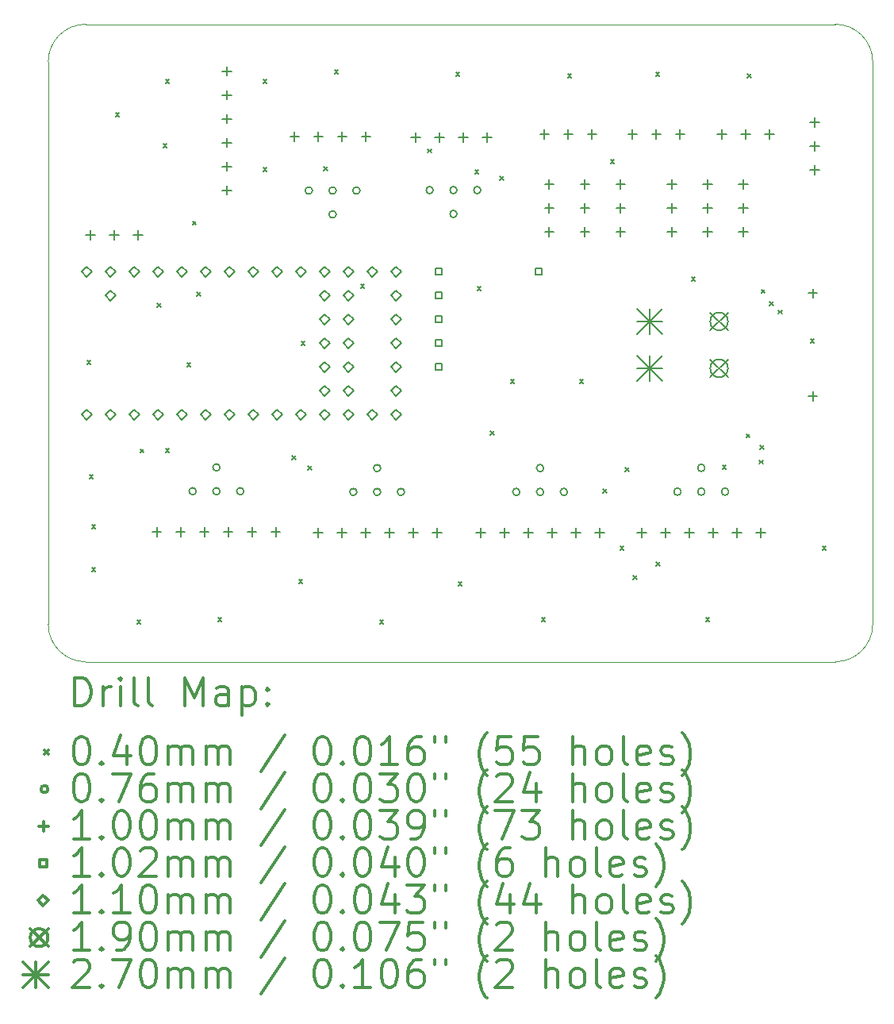
<source format=gbr>
%FSLAX45Y45*%
G04 Gerber Fmt 4.5, Leading zero omitted, Abs format (unit mm)*
G04 Created by KiCad (PCBNEW (5.1.5)-3) date 2021-10-17 14:29:16*
%MOMM*%
%LPD*%
G04 APERTURE LIST*
%TA.AperFunction,Profile*%
%ADD10C,0.050000*%
%TD*%
%ADD11C,0.200000*%
%ADD12C,0.300000*%
G04 APERTURE END LIST*
D10*
X18000000Y-9600000D02*
X10000000Y-9600000D01*
X18400000Y-16000000D02*
X18400000Y-10000000D01*
X9600000Y-10000000D02*
G75*
G02X10000000Y-9600000I400000J0D01*
G01*
X18000000Y-9600000D02*
G75*
G02X18400000Y-10000000I0J-400000D01*
G01*
X18400000Y-16000000D02*
G75*
G02X18000000Y-16400000I-400000J0D01*
G01*
X10000000Y-16400000D02*
G75*
G02X9600000Y-16000000I0J400000D01*
G01*
X10000000Y-16400000D02*
X18000000Y-16400000D01*
X9600000Y-10000000D02*
X9600000Y-16000000D01*
D11*
X10013000Y-13188000D02*
X10053000Y-13228000D01*
X10053000Y-13188000D02*
X10013000Y-13228000D01*
X10038400Y-14407200D02*
X10078400Y-14447200D01*
X10078400Y-14407200D02*
X10038400Y-14447200D01*
X10063800Y-14940600D02*
X10103800Y-14980600D01*
X10103800Y-14940600D02*
X10063800Y-14980600D01*
X10063800Y-15397800D02*
X10103800Y-15437800D01*
X10103800Y-15397800D02*
X10063800Y-15437800D01*
X10317800Y-10546400D02*
X10357800Y-10586400D01*
X10357800Y-10546400D02*
X10317800Y-10586400D01*
X10546400Y-15956600D02*
X10586400Y-15996600D01*
X10586400Y-15956600D02*
X10546400Y-15996600D01*
X10580000Y-14130000D02*
X10620000Y-14170000D01*
X10620000Y-14130000D02*
X10580000Y-14170000D01*
X10760000Y-12580000D02*
X10800000Y-12620000D01*
X10800000Y-12580000D02*
X10760000Y-12620000D01*
X10825800Y-10876600D02*
X10865800Y-10916600D01*
X10865800Y-10876600D02*
X10825800Y-10916600D01*
X10851200Y-10190800D02*
X10891200Y-10230800D01*
X10891200Y-10190800D02*
X10851200Y-10230800D01*
X10851200Y-14127800D02*
X10891200Y-14167800D01*
X10891200Y-14127800D02*
X10851200Y-14167800D01*
X11079800Y-13213400D02*
X11119800Y-13253400D01*
X11119800Y-13213400D02*
X11079800Y-13253400D01*
X11140000Y-11700000D02*
X11180000Y-11740000D01*
X11180000Y-11700000D02*
X11140000Y-11740000D01*
X11186750Y-12456750D02*
X11226750Y-12496750D01*
X11226750Y-12456750D02*
X11186750Y-12496750D01*
X11410000Y-15931200D02*
X11450000Y-15971200D01*
X11450000Y-15931200D02*
X11410000Y-15971200D01*
X11892600Y-10190800D02*
X11932600Y-10230800D01*
X11932600Y-10190800D02*
X11892600Y-10230800D01*
X11892600Y-11130600D02*
X11932600Y-11170600D01*
X11932600Y-11130600D02*
X11892600Y-11170600D01*
X12202500Y-14200000D02*
X12242500Y-14240000D01*
X12242500Y-14200000D02*
X12202500Y-14240000D01*
X12273600Y-15524800D02*
X12313600Y-15564800D01*
X12313600Y-15524800D02*
X12273600Y-15564800D01*
X12299000Y-12984800D02*
X12339000Y-13024800D01*
X12339000Y-12984800D02*
X12299000Y-13024800D01*
X12370000Y-14310000D02*
X12410000Y-14350000D01*
X12410000Y-14310000D02*
X12370000Y-14350000D01*
X12540000Y-11120000D02*
X12580000Y-11160000D01*
X12580000Y-11120000D02*
X12540000Y-11160000D01*
X12654600Y-10089200D02*
X12694600Y-10129200D01*
X12694600Y-10089200D02*
X12654600Y-10129200D01*
X12934000Y-12375200D02*
X12974000Y-12415200D01*
X12974000Y-12375200D02*
X12934000Y-12415200D01*
X13137200Y-15956600D02*
X13177200Y-15996600D01*
X13177200Y-15956600D02*
X13137200Y-15996600D01*
X13650000Y-10930000D02*
X13690000Y-10970000D01*
X13690000Y-10930000D02*
X13650000Y-10970000D01*
X13950000Y-10114600D02*
X13990000Y-10154600D01*
X13990000Y-10114600D02*
X13950000Y-10154600D01*
X13975400Y-15550200D02*
X14015400Y-15590200D01*
X14015400Y-15550200D02*
X13975400Y-15590200D01*
X14153200Y-11156000D02*
X14193200Y-11196000D01*
X14193200Y-11156000D02*
X14153200Y-11196000D01*
X14178600Y-12400600D02*
X14218600Y-12440600D01*
X14218600Y-12400600D02*
X14178600Y-12440600D01*
X14320000Y-13940000D02*
X14360000Y-13980000D01*
X14360000Y-13940000D02*
X14320000Y-13980000D01*
X14419900Y-11219500D02*
X14459900Y-11259500D01*
X14459900Y-11219500D02*
X14419900Y-11259500D01*
X14534200Y-13391200D02*
X14574200Y-13431200D01*
X14574200Y-13391200D02*
X14534200Y-13431200D01*
X14864400Y-15931200D02*
X14904400Y-15971200D01*
X14904400Y-15931200D02*
X14864400Y-15971200D01*
X15143800Y-10127300D02*
X15183800Y-10167300D01*
X15183800Y-10127300D02*
X15143800Y-10167300D01*
X15270800Y-13391200D02*
X15310800Y-13431200D01*
X15310800Y-13391200D02*
X15270800Y-13431200D01*
X15520000Y-14560000D02*
X15560000Y-14600000D01*
X15560000Y-14560000D02*
X15520000Y-14600000D01*
X15601000Y-11041700D02*
X15641000Y-11081700D01*
X15641000Y-11041700D02*
X15601000Y-11081700D01*
X15702600Y-15169200D02*
X15742600Y-15209200D01*
X15742600Y-15169200D02*
X15702600Y-15209200D01*
X15760000Y-14330000D02*
X15800000Y-14370000D01*
X15800000Y-14330000D02*
X15760000Y-14370000D01*
X15840000Y-15482500D02*
X15880000Y-15522500D01*
X15880000Y-15482500D02*
X15840000Y-15522500D01*
X16083600Y-10114600D02*
X16123600Y-10154600D01*
X16123600Y-10114600D02*
X16083600Y-10154600D01*
X16090000Y-15337500D02*
X16130000Y-15377500D01*
X16130000Y-15337500D02*
X16090000Y-15377500D01*
X16464600Y-12299000D02*
X16504600Y-12339000D01*
X16504600Y-12299000D02*
X16464600Y-12339000D01*
X16617000Y-15931200D02*
X16657000Y-15971200D01*
X16657000Y-15931200D02*
X16617000Y-15971200D01*
X16794800Y-14305600D02*
X16834800Y-14345600D01*
X16834800Y-14305600D02*
X16794800Y-14345600D01*
X17050000Y-13970000D02*
X17090000Y-14010000D01*
X17090000Y-13970000D02*
X17050000Y-14010000D01*
X17061500Y-10127300D02*
X17101500Y-10167300D01*
X17101500Y-10127300D02*
X17061500Y-10167300D01*
X17190000Y-14250000D02*
X17230000Y-14290000D01*
X17230000Y-14250000D02*
X17190000Y-14290000D01*
X17200000Y-14090000D02*
X17240000Y-14130000D01*
X17240000Y-14090000D02*
X17200000Y-14130000D01*
X17210000Y-12430000D02*
X17250000Y-12470000D01*
X17250000Y-12430000D02*
X17210000Y-12470000D01*
X17300000Y-12560000D02*
X17340000Y-12600000D01*
X17340000Y-12560000D02*
X17300000Y-12600000D01*
X17390000Y-12650000D02*
X17430000Y-12690000D01*
X17430000Y-12650000D02*
X17390000Y-12690000D01*
X17734600Y-12959400D02*
X17774600Y-12999400D01*
X17774600Y-12959400D02*
X17734600Y-12999400D01*
X17861600Y-15169200D02*
X17901600Y-15209200D01*
X17901600Y-15169200D02*
X17861600Y-15209200D01*
X14634100Y-14589000D02*
G75*
G03X14634100Y-14589000I-38100J0D01*
G01*
X14888100Y-14335000D02*
G75*
G03X14888100Y-14335000I-38100J0D01*
G01*
X14888100Y-14589000D02*
G75*
G03X14888100Y-14589000I-38100J0D01*
G01*
X15142100Y-14589000D02*
G75*
G03X15142100Y-14589000I-38100J0D01*
G01*
X13709100Y-11370000D02*
G75*
G03X13709100Y-11370000I-38100J0D01*
G01*
X13963100Y-11370000D02*
G75*
G03X13963100Y-11370000I-38100J0D01*
G01*
X13963100Y-11624000D02*
G75*
G03X13963100Y-11624000I-38100J0D01*
G01*
X14217100Y-11370000D02*
G75*
G03X14217100Y-11370000I-38100J0D01*
G01*
X12894100Y-14589000D02*
G75*
G03X12894100Y-14589000I-38100J0D01*
G01*
X13148100Y-14335000D02*
G75*
G03X13148100Y-14335000I-38100J0D01*
G01*
X13148100Y-14589000D02*
G75*
G03X13148100Y-14589000I-38100J0D01*
G01*
X13402100Y-14589000D02*
G75*
G03X13402100Y-14589000I-38100J0D01*
G01*
X16354100Y-14586000D02*
G75*
G03X16354100Y-14586000I-38100J0D01*
G01*
X16608100Y-14332000D02*
G75*
G03X16608100Y-14332000I-38100J0D01*
G01*
X16608100Y-14586000D02*
G75*
G03X16608100Y-14586000I-38100J0D01*
G01*
X16862100Y-14586000D02*
G75*
G03X16862100Y-14586000I-38100J0D01*
G01*
X11179100Y-14581000D02*
G75*
G03X11179100Y-14581000I-38100J0D01*
G01*
X11433100Y-14327000D02*
G75*
G03X11433100Y-14327000I-38100J0D01*
G01*
X11433100Y-14581000D02*
G75*
G03X11433100Y-14581000I-38100J0D01*
G01*
X11687100Y-14581000D02*
G75*
G03X11687100Y-14581000I-38100J0D01*
G01*
X12419100Y-11374000D02*
G75*
G03X12419100Y-11374000I-38100J0D01*
G01*
X12673100Y-11374000D02*
G75*
G03X12673100Y-11374000I-38100J0D01*
G01*
X12673100Y-11628000D02*
G75*
G03X12673100Y-11628000I-38100J0D01*
G01*
X12927100Y-11374000D02*
G75*
G03X12927100Y-11374000I-38100J0D01*
G01*
X10758000Y-14965000D02*
X10758000Y-15065000D01*
X10708000Y-15015000D02*
X10808000Y-15015000D01*
X11012000Y-14965000D02*
X11012000Y-15065000D01*
X10962000Y-15015000D02*
X11062000Y-15015000D01*
X11266000Y-14965000D02*
X11266000Y-15065000D01*
X11216000Y-15015000D02*
X11316000Y-15015000D01*
X11520000Y-14965000D02*
X11520000Y-15065000D01*
X11470000Y-15015000D02*
X11570000Y-15015000D01*
X11774000Y-14965000D02*
X11774000Y-15065000D01*
X11724000Y-15015000D02*
X11824000Y-15015000D01*
X12028000Y-14965000D02*
X12028000Y-15065000D01*
X11978000Y-15015000D02*
X12078000Y-15015000D01*
X15328900Y-11253000D02*
X15328900Y-11353000D01*
X15278900Y-11303000D02*
X15378900Y-11303000D01*
X15328900Y-11507000D02*
X15328900Y-11607000D01*
X15278900Y-11557000D02*
X15378900Y-11557000D01*
X15328900Y-11761000D02*
X15328900Y-11861000D01*
X15278900Y-11811000D02*
X15378900Y-11811000D01*
X17778984Y-10594632D02*
X17778984Y-10694632D01*
X17728984Y-10644632D02*
X17828984Y-10644632D01*
X17778984Y-10848632D02*
X17778984Y-10948632D01*
X17728984Y-10898632D02*
X17828984Y-10898632D01*
X17778984Y-11102632D02*
X17778984Y-11202632D01*
X17728984Y-11152632D02*
X17828984Y-11152632D01*
X16256000Y-11253000D02*
X16256000Y-11353000D01*
X16206000Y-11303000D02*
X16306000Y-11303000D01*
X16256000Y-11507000D02*
X16256000Y-11607000D01*
X16206000Y-11557000D02*
X16306000Y-11557000D01*
X16256000Y-11761000D02*
X16256000Y-11861000D01*
X16206000Y-11811000D02*
X16306000Y-11811000D01*
X13525000Y-10755000D02*
X13525000Y-10855000D01*
X13475000Y-10805000D02*
X13575000Y-10805000D01*
X13779000Y-10755000D02*
X13779000Y-10855000D01*
X13729000Y-10805000D02*
X13829000Y-10805000D01*
X14033000Y-10755000D02*
X14033000Y-10855000D01*
X13983000Y-10805000D02*
X14083000Y-10805000D01*
X14287000Y-10755000D02*
X14287000Y-10855000D01*
X14237000Y-10805000D02*
X14337000Y-10805000D01*
X11510000Y-10050000D02*
X11510000Y-10150000D01*
X11460000Y-10100000D02*
X11560000Y-10100000D01*
X11510000Y-10304000D02*
X11510000Y-10404000D01*
X11460000Y-10354000D02*
X11560000Y-10354000D01*
X11510000Y-10558000D02*
X11510000Y-10658000D01*
X11460000Y-10608000D02*
X11560000Y-10608000D01*
X11510000Y-10812000D02*
X11510000Y-10912000D01*
X11460000Y-10862000D02*
X11560000Y-10862000D01*
X11510000Y-11066000D02*
X11510000Y-11166000D01*
X11460000Y-11116000D02*
X11560000Y-11116000D01*
X11510000Y-11320000D02*
X11510000Y-11420000D01*
X11460000Y-11370000D02*
X11560000Y-11370000D01*
X14897100Y-10719600D02*
X14897100Y-10819600D01*
X14847100Y-10769600D02*
X14947100Y-10769600D01*
X15151100Y-10719600D02*
X15151100Y-10819600D01*
X15101100Y-10769600D02*
X15201100Y-10769600D01*
X15405100Y-10719600D02*
X15405100Y-10819600D01*
X15355100Y-10769600D02*
X15455100Y-10769600D01*
X10052000Y-11800000D02*
X10052000Y-11900000D01*
X10002000Y-11850000D02*
X10102000Y-11850000D01*
X10306000Y-11800000D02*
X10306000Y-11900000D01*
X10256000Y-11850000D02*
X10356000Y-11850000D01*
X10560000Y-11800000D02*
X10560000Y-11900000D01*
X10510000Y-11850000D02*
X10610000Y-11850000D01*
X15836900Y-10719600D02*
X15836900Y-10819600D01*
X15786900Y-10769600D02*
X15886900Y-10769600D01*
X16090900Y-10719600D02*
X16090900Y-10819600D01*
X16040900Y-10769600D02*
X16140900Y-10769600D01*
X16344900Y-10719600D02*
X16344900Y-10819600D01*
X16294900Y-10769600D02*
X16394900Y-10769600D01*
X16637000Y-11253000D02*
X16637000Y-11353000D01*
X16587000Y-11303000D02*
X16687000Y-11303000D01*
X16637000Y-11507000D02*
X16637000Y-11607000D01*
X16587000Y-11557000D02*
X16687000Y-11557000D01*
X16637000Y-11761000D02*
X16637000Y-11861000D01*
X16587000Y-11811000D02*
X16687000Y-11811000D01*
X14947900Y-11253000D02*
X14947900Y-11353000D01*
X14897900Y-11303000D02*
X14997900Y-11303000D01*
X14947900Y-11507000D02*
X14947900Y-11607000D01*
X14897900Y-11557000D02*
X14997900Y-11557000D01*
X14947900Y-11761000D02*
X14947900Y-11861000D01*
X14897900Y-11811000D02*
X14997900Y-11811000D01*
X16789400Y-10719600D02*
X16789400Y-10819600D01*
X16739400Y-10769600D02*
X16839400Y-10769600D01*
X17043400Y-10719600D02*
X17043400Y-10819600D01*
X16993400Y-10769600D02*
X17093400Y-10769600D01*
X17297400Y-10719600D02*
X17297400Y-10819600D01*
X17247400Y-10769600D02*
X17347400Y-10769600D01*
X17018000Y-11253000D02*
X17018000Y-11353000D01*
X16968000Y-11303000D02*
X17068000Y-11303000D01*
X17018000Y-11507000D02*
X17018000Y-11607000D01*
X16968000Y-11557000D02*
X17068000Y-11557000D01*
X17018000Y-11761000D02*
X17018000Y-11861000D01*
X16968000Y-11811000D02*
X17068000Y-11811000D01*
X15709900Y-11253000D02*
X15709900Y-11353000D01*
X15659900Y-11303000D02*
X15759900Y-11303000D01*
X15709900Y-11507000D02*
X15709900Y-11607000D01*
X15659900Y-11557000D02*
X15759900Y-11557000D01*
X15709900Y-11761000D02*
X15709900Y-11861000D01*
X15659900Y-11811000D02*
X15759900Y-11811000D01*
X12478000Y-14975000D02*
X12478000Y-15075000D01*
X12428000Y-15025000D02*
X12528000Y-15025000D01*
X12732000Y-14975000D02*
X12732000Y-15075000D01*
X12682000Y-15025000D02*
X12782000Y-15025000D01*
X12986000Y-14975000D02*
X12986000Y-15075000D01*
X12936000Y-15025000D02*
X13036000Y-15025000D01*
X13240000Y-14975000D02*
X13240000Y-15075000D01*
X13190000Y-15025000D02*
X13290000Y-15025000D01*
X13494000Y-14975000D02*
X13494000Y-15075000D01*
X13444000Y-15025000D02*
X13544000Y-15025000D01*
X13748000Y-14975000D02*
X13748000Y-15075000D01*
X13698000Y-15025000D02*
X13798000Y-15025000D01*
X12230000Y-10750000D02*
X12230000Y-10850000D01*
X12180000Y-10800000D02*
X12280000Y-10800000D01*
X12484000Y-10750000D02*
X12484000Y-10850000D01*
X12434000Y-10800000D02*
X12534000Y-10800000D01*
X12738000Y-10750000D02*
X12738000Y-10850000D01*
X12688000Y-10800000D02*
X12788000Y-10800000D01*
X12992000Y-10750000D02*
X12992000Y-10850000D01*
X12942000Y-10800000D02*
X13042000Y-10800000D01*
X14216000Y-14975000D02*
X14216000Y-15075000D01*
X14166000Y-15025000D02*
X14266000Y-15025000D01*
X14470000Y-14975000D02*
X14470000Y-15075000D01*
X14420000Y-15025000D02*
X14520000Y-15025000D01*
X14724000Y-14975000D02*
X14724000Y-15075000D01*
X14674000Y-15025000D02*
X14774000Y-15025000D01*
X14978000Y-14975000D02*
X14978000Y-15075000D01*
X14928000Y-15025000D02*
X15028000Y-15025000D01*
X15232000Y-14975000D02*
X15232000Y-15075000D01*
X15182000Y-15025000D02*
X15282000Y-15025000D01*
X15486000Y-14975000D02*
X15486000Y-15075000D01*
X15436000Y-15025000D02*
X15536000Y-15025000D01*
X15932000Y-14975000D02*
X15932000Y-15075000D01*
X15882000Y-15025000D02*
X15982000Y-15025000D01*
X16186000Y-14975000D02*
X16186000Y-15075000D01*
X16136000Y-15025000D02*
X16236000Y-15025000D01*
X16440000Y-14975000D02*
X16440000Y-15075000D01*
X16390000Y-15025000D02*
X16490000Y-15025000D01*
X16694000Y-14975000D02*
X16694000Y-15075000D01*
X16644000Y-15025000D02*
X16744000Y-15025000D01*
X16948000Y-14975000D02*
X16948000Y-15075000D01*
X16898000Y-15025000D02*
X16998000Y-15025000D01*
X17202000Y-14975000D02*
X17202000Y-15075000D01*
X17152000Y-15025000D02*
X17252000Y-15025000D01*
X17760000Y-12420000D02*
X17760000Y-12520000D01*
X17710000Y-12470000D02*
X17810000Y-12470000D01*
X17760000Y-13520000D02*
X17760000Y-13620000D01*
X17710000Y-13570000D02*
X17810000Y-13570000D01*
X13803063Y-12273063D02*
X13803063Y-12200937D01*
X13730937Y-12200937D01*
X13730937Y-12273063D01*
X13803063Y-12273063D01*
X13803063Y-12527063D02*
X13803063Y-12454937D01*
X13730937Y-12454937D01*
X13730937Y-12527063D01*
X13803063Y-12527063D01*
X13803063Y-12781063D02*
X13803063Y-12708937D01*
X13730937Y-12708937D01*
X13730937Y-12781063D01*
X13803063Y-12781063D01*
X13803063Y-13035063D02*
X13803063Y-12962937D01*
X13730937Y-12962937D01*
X13730937Y-13035063D01*
X13803063Y-13035063D01*
X13803063Y-13289063D02*
X13803063Y-13216937D01*
X13730937Y-13216937D01*
X13730937Y-13289063D01*
X13803063Y-13289063D01*
X14872063Y-12273063D02*
X14872063Y-12200937D01*
X14799937Y-12200937D01*
X14799937Y-12273063D01*
X14872063Y-12273063D01*
X10009000Y-12293000D02*
X10064000Y-12238000D01*
X10009000Y-12183000D01*
X9954000Y-12238000D01*
X10009000Y-12293000D01*
X10009000Y-13817000D02*
X10064000Y-13762000D01*
X10009000Y-13707000D01*
X9954000Y-13762000D01*
X10009000Y-13817000D01*
X10263000Y-12293000D02*
X10318000Y-12238000D01*
X10263000Y-12183000D01*
X10208000Y-12238000D01*
X10263000Y-12293000D01*
X10263000Y-12547000D02*
X10318000Y-12492000D01*
X10263000Y-12437000D01*
X10208000Y-12492000D01*
X10263000Y-12547000D01*
X10263000Y-13817000D02*
X10318000Y-13762000D01*
X10263000Y-13707000D01*
X10208000Y-13762000D01*
X10263000Y-13817000D01*
X10517000Y-12293000D02*
X10572000Y-12238000D01*
X10517000Y-12183000D01*
X10462000Y-12238000D01*
X10517000Y-12293000D01*
X10517000Y-13817000D02*
X10572000Y-13762000D01*
X10517000Y-13707000D01*
X10462000Y-13762000D01*
X10517000Y-13817000D01*
X10771000Y-12293000D02*
X10826000Y-12238000D01*
X10771000Y-12183000D01*
X10716000Y-12238000D01*
X10771000Y-12293000D01*
X10771000Y-13817000D02*
X10826000Y-13762000D01*
X10771000Y-13707000D01*
X10716000Y-13762000D01*
X10771000Y-13817000D01*
X11025000Y-12293000D02*
X11080000Y-12238000D01*
X11025000Y-12183000D01*
X10970000Y-12238000D01*
X11025000Y-12293000D01*
X11025000Y-13817000D02*
X11080000Y-13762000D01*
X11025000Y-13707000D01*
X10970000Y-13762000D01*
X11025000Y-13817000D01*
X11279000Y-12293000D02*
X11334000Y-12238000D01*
X11279000Y-12183000D01*
X11224000Y-12238000D01*
X11279000Y-12293000D01*
X11279000Y-13817000D02*
X11334000Y-13762000D01*
X11279000Y-13707000D01*
X11224000Y-13762000D01*
X11279000Y-13817000D01*
X11533000Y-12293000D02*
X11588000Y-12238000D01*
X11533000Y-12183000D01*
X11478000Y-12238000D01*
X11533000Y-12293000D01*
X11533000Y-13817000D02*
X11588000Y-13762000D01*
X11533000Y-13707000D01*
X11478000Y-13762000D01*
X11533000Y-13817000D01*
X11787000Y-12293000D02*
X11842000Y-12238000D01*
X11787000Y-12183000D01*
X11732000Y-12238000D01*
X11787000Y-12293000D01*
X11787000Y-13817000D02*
X11842000Y-13762000D01*
X11787000Y-13707000D01*
X11732000Y-13762000D01*
X11787000Y-13817000D01*
X12041000Y-12293000D02*
X12096000Y-12238000D01*
X12041000Y-12183000D01*
X11986000Y-12238000D01*
X12041000Y-12293000D01*
X12041000Y-13817000D02*
X12096000Y-13762000D01*
X12041000Y-13707000D01*
X11986000Y-13762000D01*
X12041000Y-13817000D01*
X12295000Y-12293000D02*
X12350000Y-12238000D01*
X12295000Y-12183000D01*
X12240000Y-12238000D01*
X12295000Y-12293000D01*
X12295000Y-13817000D02*
X12350000Y-13762000D01*
X12295000Y-13707000D01*
X12240000Y-13762000D01*
X12295000Y-13817000D01*
X12549000Y-12293000D02*
X12604000Y-12238000D01*
X12549000Y-12183000D01*
X12494000Y-12238000D01*
X12549000Y-12293000D01*
X12549000Y-12547000D02*
X12604000Y-12492000D01*
X12549000Y-12437000D01*
X12494000Y-12492000D01*
X12549000Y-12547000D01*
X12549000Y-12801000D02*
X12604000Y-12746000D01*
X12549000Y-12691000D01*
X12494000Y-12746000D01*
X12549000Y-12801000D01*
X12549000Y-13055000D02*
X12604000Y-13000000D01*
X12549000Y-12945000D01*
X12494000Y-13000000D01*
X12549000Y-13055000D01*
X12549000Y-13309000D02*
X12604000Y-13254000D01*
X12549000Y-13199000D01*
X12494000Y-13254000D01*
X12549000Y-13309000D01*
X12549000Y-13563000D02*
X12604000Y-13508000D01*
X12549000Y-13453000D01*
X12494000Y-13508000D01*
X12549000Y-13563000D01*
X12549000Y-13817000D02*
X12604000Y-13762000D01*
X12549000Y-13707000D01*
X12494000Y-13762000D01*
X12549000Y-13817000D01*
X12803000Y-12293000D02*
X12858000Y-12238000D01*
X12803000Y-12183000D01*
X12748000Y-12238000D01*
X12803000Y-12293000D01*
X12803000Y-12547000D02*
X12858000Y-12492000D01*
X12803000Y-12437000D01*
X12748000Y-12492000D01*
X12803000Y-12547000D01*
X12803000Y-12801000D02*
X12858000Y-12746000D01*
X12803000Y-12691000D01*
X12748000Y-12746000D01*
X12803000Y-12801000D01*
X12803000Y-13055000D02*
X12858000Y-13000000D01*
X12803000Y-12945000D01*
X12748000Y-13000000D01*
X12803000Y-13055000D01*
X12803000Y-13309000D02*
X12858000Y-13254000D01*
X12803000Y-13199000D01*
X12748000Y-13254000D01*
X12803000Y-13309000D01*
X12803000Y-13563000D02*
X12858000Y-13508000D01*
X12803000Y-13453000D01*
X12748000Y-13508000D01*
X12803000Y-13563000D01*
X12803000Y-13817000D02*
X12858000Y-13762000D01*
X12803000Y-13707000D01*
X12748000Y-13762000D01*
X12803000Y-13817000D01*
X13057000Y-12293000D02*
X13112000Y-12238000D01*
X13057000Y-12183000D01*
X13002000Y-12238000D01*
X13057000Y-12293000D01*
X13057000Y-13817000D02*
X13112000Y-13762000D01*
X13057000Y-13707000D01*
X13002000Y-13762000D01*
X13057000Y-13817000D01*
X13311000Y-12293000D02*
X13366000Y-12238000D01*
X13311000Y-12183000D01*
X13256000Y-12238000D01*
X13311000Y-12293000D01*
X13311000Y-12547000D02*
X13366000Y-12492000D01*
X13311000Y-12437000D01*
X13256000Y-12492000D01*
X13311000Y-12547000D01*
X13311000Y-12801000D02*
X13366000Y-12746000D01*
X13311000Y-12691000D01*
X13256000Y-12746000D01*
X13311000Y-12801000D01*
X13311000Y-13055000D02*
X13366000Y-13000000D01*
X13311000Y-12945000D01*
X13256000Y-13000000D01*
X13311000Y-13055000D01*
X13311000Y-13309000D02*
X13366000Y-13254000D01*
X13311000Y-13199000D01*
X13256000Y-13254000D01*
X13311000Y-13309000D01*
X13311000Y-13563000D02*
X13366000Y-13508000D01*
X13311000Y-13453000D01*
X13256000Y-13508000D01*
X13311000Y-13563000D01*
X13311000Y-13817000D02*
X13366000Y-13762000D01*
X13311000Y-13707000D01*
X13256000Y-13762000D01*
X13311000Y-13817000D01*
X16665000Y-12675000D02*
X16855000Y-12865000D01*
X16855000Y-12675000D02*
X16665000Y-12865000D01*
X16855000Y-12770000D02*
G75*
G03X16855000Y-12770000I-95000J0D01*
G01*
X16665000Y-13175000D02*
X16855000Y-13365000D01*
X16855000Y-13175000D02*
X16665000Y-13365000D01*
X16855000Y-13270000D02*
G75*
G03X16855000Y-13270000I-95000J0D01*
G01*
X15885000Y-12635000D02*
X16155000Y-12905000D01*
X16155000Y-12635000D02*
X15885000Y-12905000D01*
X16020000Y-12635000D02*
X16020000Y-12905000D01*
X15885000Y-12770000D02*
X16155000Y-12770000D01*
X15885000Y-13135000D02*
X16155000Y-13405000D01*
X16155000Y-13135000D02*
X15885000Y-13405000D01*
X16020000Y-13135000D02*
X16020000Y-13405000D01*
X15885000Y-13270000D02*
X16155000Y-13270000D01*
D12*
X9883928Y-16868214D02*
X9883928Y-16568214D01*
X9955357Y-16568214D01*
X9998214Y-16582500D01*
X10026786Y-16611071D01*
X10041071Y-16639643D01*
X10055357Y-16696786D01*
X10055357Y-16739643D01*
X10041071Y-16796786D01*
X10026786Y-16825357D01*
X9998214Y-16853929D01*
X9955357Y-16868214D01*
X9883928Y-16868214D01*
X10183928Y-16868214D02*
X10183928Y-16668214D01*
X10183928Y-16725357D02*
X10198214Y-16696786D01*
X10212500Y-16682500D01*
X10241071Y-16668214D01*
X10269643Y-16668214D01*
X10369643Y-16868214D02*
X10369643Y-16668214D01*
X10369643Y-16568214D02*
X10355357Y-16582500D01*
X10369643Y-16596786D01*
X10383928Y-16582500D01*
X10369643Y-16568214D01*
X10369643Y-16596786D01*
X10555357Y-16868214D02*
X10526786Y-16853929D01*
X10512500Y-16825357D01*
X10512500Y-16568214D01*
X10712500Y-16868214D02*
X10683928Y-16853929D01*
X10669643Y-16825357D01*
X10669643Y-16568214D01*
X11055357Y-16868214D02*
X11055357Y-16568214D01*
X11155357Y-16782500D01*
X11255357Y-16568214D01*
X11255357Y-16868214D01*
X11526786Y-16868214D02*
X11526786Y-16711071D01*
X11512500Y-16682500D01*
X11483928Y-16668214D01*
X11426786Y-16668214D01*
X11398214Y-16682500D01*
X11526786Y-16853929D02*
X11498214Y-16868214D01*
X11426786Y-16868214D01*
X11398214Y-16853929D01*
X11383928Y-16825357D01*
X11383928Y-16796786D01*
X11398214Y-16768214D01*
X11426786Y-16753929D01*
X11498214Y-16753929D01*
X11526786Y-16739643D01*
X11669643Y-16668214D02*
X11669643Y-16968214D01*
X11669643Y-16682500D02*
X11698214Y-16668214D01*
X11755357Y-16668214D01*
X11783928Y-16682500D01*
X11798214Y-16696786D01*
X11812500Y-16725357D01*
X11812500Y-16811072D01*
X11798214Y-16839643D01*
X11783928Y-16853929D01*
X11755357Y-16868214D01*
X11698214Y-16868214D01*
X11669643Y-16853929D01*
X11941071Y-16839643D02*
X11955357Y-16853929D01*
X11941071Y-16868214D01*
X11926786Y-16853929D01*
X11941071Y-16839643D01*
X11941071Y-16868214D01*
X11941071Y-16682500D02*
X11955357Y-16696786D01*
X11941071Y-16711071D01*
X11926786Y-16696786D01*
X11941071Y-16682500D01*
X11941071Y-16711071D01*
X9557500Y-17342500D02*
X9597500Y-17382500D01*
X9597500Y-17342500D02*
X9557500Y-17382500D01*
X9941071Y-17198214D02*
X9969643Y-17198214D01*
X9998214Y-17212500D01*
X10012500Y-17226786D01*
X10026786Y-17255357D01*
X10041071Y-17312500D01*
X10041071Y-17383929D01*
X10026786Y-17441072D01*
X10012500Y-17469643D01*
X9998214Y-17483929D01*
X9969643Y-17498214D01*
X9941071Y-17498214D01*
X9912500Y-17483929D01*
X9898214Y-17469643D01*
X9883928Y-17441072D01*
X9869643Y-17383929D01*
X9869643Y-17312500D01*
X9883928Y-17255357D01*
X9898214Y-17226786D01*
X9912500Y-17212500D01*
X9941071Y-17198214D01*
X10169643Y-17469643D02*
X10183928Y-17483929D01*
X10169643Y-17498214D01*
X10155357Y-17483929D01*
X10169643Y-17469643D01*
X10169643Y-17498214D01*
X10441071Y-17298214D02*
X10441071Y-17498214D01*
X10369643Y-17183929D02*
X10298214Y-17398214D01*
X10483928Y-17398214D01*
X10655357Y-17198214D02*
X10683928Y-17198214D01*
X10712500Y-17212500D01*
X10726786Y-17226786D01*
X10741071Y-17255357D01*
X10755357Y-17312500D01*
X10755357Y-17383929D01*
X10741071Y-17441072D01*
X10726786Y-17469643D01*
X10712500Y-17483929D01*
X10683928Y-17498214D01*
X10655357Y-17498214D01*
X10626786Y-17483929D01*
X10612500Y-17469643D01*
X10598214Y-17441072D01*
X10583928Y-17383929D01*
X10583928Y-17312500D01*
X10598214Y-17255357D01*
X10612500Y-17226786D01*
X10626786Y-17212500D01*
X10655357Y-17198214D01*
X10883928Y-17498214D02*
X10883928Y-17298214D01*
X10883928Y-17326786D02*
X10898214Y-17312500D01*
X10926786Y-17298214D01*
X10969643Y-17298214D01*
X10998214Y-17312500D01*
X11012500Y-17341072D01*
X11012500Y-17498214D01*
X11012500Y-17341072D02*
X11026786Y-17312500D01*
X11055357Y-17298214D01*
X11098214Y-17298214D01*
X11126786Y-17312500D01*
X11141071Y-17341072D01*
X11141071Y-17498214D01*
X11283928Y-17498214D02*
X11283928Y-17298214D01*
X11283928Y-17326786D02*
X11298214Y-17312500D01*
X11326786Y-17298214D01*
X11369643Y-17298214D01*
X11398214Y-17312500D01*
X11412500Y-17341072D01*
X11412500Y-17498214D01*
X11412500Y-17341072D02*
X11426786Y-17312500D01*
X11455357Y-17298214D01*
X11498214Y-17298214D01*
X11526786Y-17312500D01*
X11541071Y-17341072D01*
X11541071Y-17498214D01*
X12126786Y-17183929D02*
X11869643Y-17569643D01*
X12512500Y-17198214D02*
X12541071Y-17198214D01*
X12569643Y-17212500D01*
X12583928Y-17226786D01*
X12598214Y-17255357D01*
X12612500Y-17312500D01*
X12612500Y-17383929D01*
X12598214Y-17441072D01*
X12583928Y-17469643D01*
X12569643Y-17483929D01*
X12541071Y-17498214D01*
X12512500Y-17498214D01*
X12483928Y-17483929D01*
X12469643Y-17469643D01*
X12455357Y-17441072D01*
X12441071Y-17383929D01*
X12441071Y-17312500D01*
X12455357Y-17255357D01*
X12469643Y-17226786D01*
X12483928Y-17212500D01*
X12512500Y-17198214D01*
X12741071Y-17469643D02*
X12755357Y-17483929D01*
X12741071Y-17498214D01*
X12726786Y-17483929D01*
X12741071Y-17469643D01*
X12741071Y-17498214D01*
X12941071Y-17198214D02*
X12969643Y-17198214D01*
X12998214Y-17212500D01*
X13012500Y-17226786D01*
X13026786Y-17255357D01*
X13041071Y-17312500D01*
X13041071Y-17383929D01*
X13026786Y-17441072D01*
X13012500Y-17469643D01*
X12998214Y-17483929D01*
X12969643Y-17498214D01*
X12941071Y-17498214D01*
X12912500Y-17483929D01*
X12898214Y-17469643D01*
X12883928Y-17441072D01*
X12869643Y-17383929D01*
X12869643Y-17312500D01*
X12883928Y-17255357D01*
X12898214Y-17226786D01*
X12912500Y-17212500D01*
X12941071Y-17198214D01*
X13326786Y-17498214D02*
X13155357Y-17498214D01*
X13241071Y-17498214D02*
X13241071Y-17198214D01*
X13212500Y-17241072D01*
X13183928Y-17269643D01*
X13155357Y-17283929D01*
X13583928Y-17198214D02*
X13526786Y-17198214D01*
X13498214Y-17212500D01*
X13483928Y-17226786D01*
X13455357Y-17269643D01*
X13441071Y-17326786D01*
X13441071Y-17441072D01*
X13455357Y-17469643D01*
X13469643Y-17483929D01*
X13498214Y-17498214D01*
X13555357Y-17498214D01*
X13583928Y-17483929D01*
X13598214Y-17469643D01*
X13612500Y-17441072D01*
X13612500Y-17369643D01*
X13598214Y-17341072D01*
X13583928Y-17326786D01*
X13555357Y-17312500D01*
X13498214Y-17312500D01*
X13469643Y-17326786D01*
X13455357Y-17341072D01*
X13441071Y-17369643D01*
X13726786Y-17198214D02*
X13726786Y-17255357D01*
X13841071Y-17198214D02*
X13841071Y-17255357D01*
X14283928Y-17612500D02*
X14269643Y-17598214D01*
X14241071Y-17555357D01*
X14226786Y-17526786D01*
X14212500Y-17483929D01*
X14198214Y-17412500D01*
X14198214Y-17355357D01*
X14212500Y-17283929D01*
X14226786Y-17241072D01*
X14241071Y-17212500D01*
X14269643Y-17169643D01*
X14283928Y-17155357D01*
X14541071Y-17198214D02*
X14398214Y-17198214D01*
X14383928Y-17341072D01*
X14398214Y-17326786D01*
X14426786Y-17312500D01*
X14498214Y-17312500D01*
X14526786Y-17326786D01*
X14541071Y-17341072D01*
X14555357Y-17369643D01*
X14555357Y-17441072D01*
X14541071Y-17469643D01*
X14526786Y-17483929D01*
X14498214Y-17498214D01*
X14426786Y-17498214D01*
X14398214Y-17483929D01*
X14383928Y-17469643D01*
X14826786Y-17198214D02*
X14683928Y-17198214D01*
X14669643Y-17341072D01*
X14683928Y-17326786D01*
X14712500Y-17312500D01*
X14783928Y-17312500D01*
X14812500Y-17326786D01*
X14826786Y-17341072D01*
X14841071Y-17369643D01*
X14841071Y-17441072D01*
X14826786Y-17469643D01*
X14812500Y-17483929D01*
X14783928Y-17498214D01*
X14712500Y-17498214D01*
X14683928Y-17483929D01*
X14669643Y-17469643D01*
X15198214Y-17498214D02*
X15198214Y-17198214D01*
X15326786Y-17498214D02*
X15326786Y-17341072D01*
X15312500Y-17312500D01*
X15283928Y-17298214D01*
X15241071Y-17298214D01*
X15212500Y-17312500D01*
X15198214Y-17326786D01*
X15512500Y-17498214D02*
X15483928Y-17483929D01*
X15469643Y-17469643D01*
X15455357Y-17441072D01*
X15455357Y-17355357D01*
X15469643Y-17326786D01*
X15483928Y-17312500D01*
X15512500Y-17298214D01*
X15555357Y-17298214D01*
X15583928Y-17312500D01*
X15598214Y-17326786D01*
X15612500Y-17355357D01*
X15612500Y-17441072D01*
X15598214Y-17469643D01*
X15583928Y-17483929D01*
X15555357Y-17498214D01*
X15512500Y-17498214D01*
X15783928Y-17498214D02*
X15755357Y-17483929D01*
X15741071Y-17455357D01*
X15741071Y-17198214D01*
X16012500Y-17483929D02*
X15983928Y-17498214D01*
X15926786Y-17498214D01*
X15898214Y-17483929D01*
X15883928Y-17455357D01*
X15883928Y-17341072D01*
X15898214Y-17312500D01*
X15926786Y-17298214D01*
X15983928Y-17298214D01*
X16012500Y-17312500D01*
X16026786Y-17341072D01*
X16026786Y-17369643D01*
X15883928Y-17398214D01*
X16141071Y-17483929D02*
X16169643Y-17498214D01*
X16226786Y-17498214D01*
X16255357Y-17483929D01*
X16269643Y-17455357D01*
X16269643Y-17441072D01*
X16255357Y-17412500D01*
X16226786Y-17398214D01*
X16183928Y-17398214D01*
X16155357Y-17383929D01*
X16141071Y-17355357D01*
X16141071Y-17341072D01*
X16155357Y-17312500D01*
X16183928Y-17298214D01*
X16226786Y-17298214D01*
X16255357Y-17312500D01*
X16369643Y-17612500D02*
X16383928Y-17598214D01*
X16412500Y-17555357D01*
X16426786Y-17526786D01*
X16441071Y-17483929D01*
X16455357Y-17412500D01*
X16455357Y-17355357D01*
X16441071Y-17283929D01*
X16426786Y-17241072D01*
X16412500Y-17212500D01*
X16383928Y-17169643D01*
X16369643Y-17155357D01*
X9597500Y-17758500D02*
G75*
G03X9597500Y-17758500I-38100J0D01*
G01*
X9941071Y-17594214D02*
X9969643Y-17594214D01*
X9998214Y-17608500D01*
X10012500Y-17622786D01*
X10026786Y-17651357D01*
X10041071Y-17708500D01*
X10041071Y-17779929D01*
X10026786Y-17837072D01*
X10012500Y-17865643D01*
X9998214Y-17879929D01*
X9969643Y-17894214D01*
X9941071Y-17894214D01*
X9912500Y-17879929D01*
X9898214Y-17865643D01*
X9883928Y-17837072D01*
X9869643Y-17779929D01*
X9869643Y-17708500D01*
X9883928Y-17651357D01*
X9898214Y-17622786D01*
X9912500Y-17608500D01*
X9941071Y-17594214D01*
X10169643Y-17865643D02*
X10183928Y-17879929D01*
X10169643Y-17894214D01*
X10155357Y-17879929D01*
X10169643Y-17865643D01*
X10169643Y-17894214D01*
X10283928Y-17594214D02*
X10483928Y-17594214D01*
X10355357Y-17894214D01*
X10726786Y-17594214D02*
X10669643Y-17594214D01*
X10641071Y-17608500D01*
X10626786Y-17622786D01*
X10598214Y-17665643D01*
X10583928Y-17722786D01*
X10583928Y-17837072D01*
X10598214Y-17865643D01*
X10612500Y-17879929D01*
X10641071Y-17894214D01*
X10698214Y-17894214D01*
X10726786Y-17879929D01*
X10741071Y-17865643D01*
X10755357Y-17837072D01*
X10755357Y-17765643D01*
X10741071Y-17737072D01*
X10726786Y-17722786D01*
X10698214Y-17708500D01*
X10641071Y-17708500D01*
X10612500Y-17722786D01*
X10598214Y-17737072D01*
X10583928Y-17765643D01*
X10883928Y-17894214D02*
X10883928Y-17694214D01*
X10883928Y-17722786D02*
X10898214Y-17708500D01*
X10926786Y-17694214D01*
X10969643Y-17694214D01*
X10998214Y-17708500D01*
X11012500Y-17737072D01*
X11012500Y-17894214D01*
X11012500Y-17737072D02*
X11026786Y-17708500D01*
X11055357Y-17694214D01*
X11098214Y-17694214D01*
X11126786Y-17708500D01*
X11141071Y-17737072D01*
X11141071Y-17894214D01*
X11283928Y-17894214D02*
X11283928Y-17694214D01*
X11283928Y-17722786D02*
X11298214Y-17708500D01*
X11326786Y-17694214D01*
X11369643Y-17694214D01*
X11398214Y-17708500D01*
X11412500Y-17737072D01*
X11412500Y-17894214D01*
X11412500Y-17737072D02*
X11426786Y-17708500D01*
X11455357Y-17694214D01*
X11498214Y-17694214D01*
X11526786Y-17708500D01*
X11541071Y-17737072D01*
X11541071Y-17894214D01*
X12126786Y-17579929D02*
X11869643Y-17965643D01*
X12512500Y-17594214D02*
X12541071Y-17594214D01*
X12569643Y-17608500D01*
X12583928Y-17622786D01*
X12598214Y-17651357D01*
X12612500Y-17708500D01*
X12612500Y-17779929D01*
X12598214Y-17837072D01*
X12583928Y-17865643D01*
X12569643Y-17879929D01*
X12541071Y-17894214D01*
X12512500Y-17894214D01*
X12483928Y-17879929D01*
X12469643Y-17865643D01*
X12455357Y-17837072D01*
X12441071Y-17779929D01*
X12441071Y-17708500D01*
X12455357Y-17651357D01*
X12469643Y-17622786D01*
X12483928Y-17608500D01*
X12512500Y-17594214D01*
X12741071Y-17865643D02*
X12755357Y-17879929D01*
X12741071Y-17894214D01*
X12726786Y-17879929D01*
X12741071Y-17865643D01*
X12741071Y-17894214D01*
X12941071Y-17594214D02*
X12969643Y-17594214D01*
X12998214Y-17608500D01*
X13012500Y-17622786D01*
X13026786Y-17651357D01*
X13041071Y-17708500D01*
X13041071Y-17779929D01*
X13026786Y-17837072D01*
X13012500Y-17865643D01*
X12998214Y-17879929D01*
X12969643Y-17894214D01*
X12941071Y-17894214D01*
X12912500Y-17879929D01*
X12898214Y-17865643D01*
X12883928Y-17837072D01*
X12869643Y-17779929D01*
X12869643Y-17708500D01*
X12883928Y-17651357D01*
X12898214Y-17622786D01*
X12912500Y-17608500D01*
X12941071Y-17594214D01*
X13141071Y-17594214D02*
X13326786Y-17594214D01*
X13226786Y-17708500D01*
X13269643Y-17708500D01*
X13298214Y-17722786D01*
X13312500Y-17737072D01*
X13326786Y-17765643D01*
X13326786Y-17837072D01*
X13312500Y-17865643D01*
X13298214Y-17879929D01*
X13269643Y-17894214D01*
X13183928Y-17894214D01*
X13155357Y-17879929D01*
X13141071Y-17865643D01*
X13512500Y-17594214D02*
X13541071Y-17594214D01*
X13569643Y-17608500D01*
X13583928Y-17622786D01*
X13598214Y-17651357D01*
X13612500Y-17708500D01*
X13612500Y-17779929D01*
X13598214Y-17837072D01*
X13583928Y-17865643D01*
X13569643Y-17879929D01*
X13541071Y-17894214D01*
X13512500Y-17894214D01*
X13483928Y-17879929D01*
X13469643Y-17865643D01*
X13455357Y-17837072D01*
X13441071Y-17779929D01*
X13441071Y-17708500D01*
X13455357Y-17651357D01*
X13469643Y-17622786D01*
X13483928Y-17608500D01*
X13512500Y-17594214D01*
X13726786Y-17594214D02*
X13726786Y-17651357D01*
X13841071Y-17594214D02*
X13841071Y-17651357D01*
X14283928Y-18008500D02*
X14269643Y-17994214D01*
X14241071Y-17951357D01*
X14226786Y-17922786D01*
X14212500Y-17879929D01*
X14198214Y-17808500D01*
X14198214Y-17751357D01*
X14212500Y-17679929D01*
X14226786Y-17637072D01*
X14241071Y-17608500D01*
X14269643Y-17565643D01*
X14283928Y-17551357D01*
X14383928Y-17622786D02*
X14398214Y-17608500D01*
X14426786Y-17594214D01*
X14498214Y-17594214D01*
X14526786Y-17608500D01*
X14541071Y-17622786D01*
X14555357Y-17651357D01*
X14555357Y-17679929D01*
X14541071Y-17722786D01*
X14369643Y-17894214D01*
X14555357Y-17894214D01*
X14812500Y-17694214D02*
X14812500Y-17894214D01*
X14741071Y-17579929D02*
X14669643Y-17794214D01*
X14855357Y-17794214D01*
X15198214Y-17894214D02*
X15198214Y-17594214D01*
X15326786Y-17894214D02*
X15326786Y-17737072D01*
X15312500Y-17708500D01*
X15283928Y-17694214D01*
X15241071Y-17694214D01*
X15212500Y-17708500D01*
X15198214Y-17722786D01*
X15512500Y-17894214D02*
X15483928Y-17879929D01*
X15469643Y-17865643D01*
X15455357Y-17837072D01*
X15455357Y-17751357D01*
X15469643Y-17722786D01*
X15483928Y-17708500D01*
X15512500Y-17694214D01*
X15555357Y-17694214D01*
X15583928Y-17708500D01*
X15598214Y-17722786D01*
X15612500Y-17751357D01*
X15612500Y-17837072D01*
X15598214Y-17865643D01*
X15583928Y-17879929D01*
X15555357Y-17894214D01*
X15512500Y-17894214D01*
X15783928Y-17894214D02*
X15755357Y-17879929D01*
X15741071Y-17851357D01*
X15741071Y-17594214D01*
X16012500Y-17879929D02*
X15983928Y-17894214D01*
X15926786Y-17894214D01*
X15898214Y-17879929D01*
X15883928Y-17851357D01*
X15883928Y-17737072D01*
X15898214Y-17708500D01*
X15926786Y-17694214D01*
X15983928Y-17694214D01*
X16012500Y-17708500D01*
X16026786Y-17737072D01*
X16026786Y-17765643D01*
X15883928Y-17794214D01*
X16141071Y-17879929D02*
X16169643Y-17894214D01*
X16226786Y-17894214D01*
X16255357Y-17879929D01*
X16269643Y-17851357D01*
X16269643Y-17837072D01*
X16255357Y-17808500D01*
X16226786Y-17794214D01*
X16183928Y-17794214D01*
X16155357Y-17779929D01*
X16141071Y-17751357D01*
X16141071Y-17737072D01*
X16155357Y-17708500D01*
X16183928Y-17694214D01*
X16226786Y-17694214D01*
X16255357Y-17708500D01*
X16369643Y-18008500D02*
X16383928Y-17994214D01*
X16412500Y-17951357D01*
X16426786Y-17922786D01*
X16441071Y-17879929D01*
X16455357Y-17808500D01*
X16455357Y-17751357D01*
X16441071Y-17679929D01*
X16426786Y-17637072D01*
X16412500Y-17608500D01*
X16383928Y-17565643D01*
X16369643Y-17551357D01*
X9547500Y-18104500D02*
X9547500Y-18204500D01*
X9497500Y-18154500D02*
X9597500Y-18154500D01*
X10041071Y-18290214D02*
X9869643Y-18290214D01*
X9955357Y-18290214D02*
X9955357Y-17990214D01*
X9926786Y-18033072D01*
X9898214Y-18061643D01*
X9869643Y-18075929D01*
X10169643Y-18261643D02*
X10183928Y-18275929D01*
X10169643Y-18290214D01*
X10155357Y-18275929D01*
X10169643Y-18261643D01*
X10169643Y-18290214D01*
X10369643Y-17990214D02*
X10398214Y-17990214D01*
X10426786Y-18004500D01*
X10441071Y-18018786D01*
X10455357Y-18047357D01*
X10469643Y-18104500D01*
X10469643Y-18175929D01*
X10455357Y-18233072D01*
X10441071Y-18261643D01*
X10426786Y-18275929D01*
X10398214Y-18290214D01*
X10369643Y-18290214D01*
X10341071Y-18275929D01*
X10326786Y-18261643D01*
X10312500Y-18233072D01*
X10298214Y-18175929D01*
X10298214Y-18104500D01*
X10312500Y-18047357D01*
X10326786Y-18018786D01*
X10341071Y-18004500D01*
X10369643Y-17990214D01*
X10655357Y-17990214D02*
X10683928Y-17990214D01*
X10712500Y-18004500D01*
X10726786Y-18018786D01*
X10741071Y-18047357D01*
X10755357Y-18104500D01*
X10755357Y-18175929D01*
X10741071Y-18233072D01*
X10726786Y-18261643D01*
X10712500Y-18275929D01*
X10683928Y-18290214D01*
X10655357Y-18290214D01*
X10626786Y-18275929D01*
X10612500Y-18261643D01*
X10598214Y-18233072D01*
X10583928Y-18175929D01*
X10583928Y-18104500D01*
X10598214Y-18047357D01*
X10612500Y-18018786D01*
X10626786Y-18004500D01*
X10655357Y-17990214D01*
X10883928Y-18290214D02*
X10883928Y-18090214D01*
X10883928Y-18118786D02*
X10898214Y-18104500D01*
X10926786Y-18090214D01*
X10969643Y-18090214D01*
X10998214Y-18104500D01*
X11012500Y-18133072D01*
X11012500Y-18290214D01*
X11012500Y-18133072D02*
X11026786Y-18104500D01*
X11055357Y-18090214D01*
X11098214Y-18090214D01*
X11126786Y-18104500D01*
X11141071Y-18133072D01*
X11141071Y-18290214D01*
X11283928Y-18290214D02*
X11283928Y-18090214D01*
X11283928Y-18118786D02*
X11298214Y-18104500D01*
X11326786Y-18090214D01*
X11369643Y-18090214D01*
X11398214Y-18104500D01*
X11412500Y-18133072D01*
X11412500Y-18290214D01*
X11412500Y-18133072D02*
X11426786Y-18104500D01*
X11455357Y-18090214D01*
X11498214Y-18090214D01*
X11526786Y-18104500D01*
X11541071Y-18133072D01*
X11541071Y-18290214D01*
X12126786Y-17975929D02*
X11869643Y-18361643D01*
X12512500Y-17990214D02*
X12541071Y-17990214D01*
X12569643Y-18004500D01*
X12583928Y-18018786D01*
X12598214Y-18047357D01*
X12612500Y-18104500D01*
X12612500Y-18175929D01*
X12598214Y-18233072D01*
X12583928Y-18261643D01*
X12569643Y-18275929D01*
X12541071Y-18290214D01*
X12512500Y-18290214D01*
X12483928Y-18275929D01*
X12469643Y-18261643D01*
X12455357Y-18233072D01*
X12441071Y-18175929D01*
X12441071Y-18104500D01*
X12455357Y-18047357D01*
X12469643Y-18018786D01*
X12483928Y-18004500D01*
X12512500Y-17990214D01*
X12741071Y-18261643D02*
X12755357Y-18275929D01*
X12741071Y-18290214D01*
X12726786Y-18275929D01*
X12741071Y-18261643D01*
X12741071Y-18290214D01*
X12941071Y-17990214D02*
X12969643Y-17990214D01*
X12998214Y-18004500D01*
X13012500Y-18018786D01*
X13026786Y-18047357D01*
X13041071Y-18104500D01*
X13041071Y-18175929D01*
X13026786Y-18233072D01*
X13012500Y-18261643D01*
X12998214Y-18275929D01*
X12969643Y-18290214D01*
X12941071Y-18290214D01*
X12912500Y-18275929D01*
X12898214Y-18261643D01*
X12883928Y-18233072D01*
X12869643Y-18175929D01*
X12869643Y-18104500D01*
X12883928Y-18047357D01*
X12898214Y-18018786D01*
X12912500Y-18004500D01*
X12941071Y-17990214D01*
X13141071Y-17990214D02*
X13326786Y-17990214D01*
X13226786Y-18104500D01*
X13269643Y-18104500D01*
X13298214Y-18118786D01*
X13312500Y-18133072D01*
X13326786Y-18161643D01*
X13326786Y-18233072D01*
X13312500Y-18261643D01*
X13298214Y-18275929D01*
X13269643Y-18290214D01*
X13183928Y-18290214D01*
X13155357Y-18275929D01*
X13141071Y-18261643D01*
X13469643Y-18290214D02*
X13526786Y-18290214D01*
X13555357Y-18275929D01*
X13569643Y-18261643D01*
X13598214Y-18218786D01*
X13612500Y-18161643D01*
X13612500Y-18047357D01*
X13598214Y-18018786D01*
X13583928Y-18004500D01*
X13555357Y-17990214D01*
X13498214Y-17990214D01*
X13469643Y-18004500D01*
X13455357Y-18018786D01*
X13441071Y-18047357D01*
X13441071Y-18118786D01*
X13455357Y-18147357D01*
X13469643Y-18161643D01*
X13498214Y-18175929D01*
X13555357Y-18175929D01*
X13583928Y-18161643D01*
X13598214Y-18147357D01*
X13612500Y-18118786D01*
X13726786Y-17990214D02*
X13726786Y-18047357D01*
X13841071Y-17990214D02*
X13841071Y-18047357D01*
X14283928Y-18404500D02*
X14269643Y-18390214D01*
X14241071Y-18347357D01*
X14226786Y-18318786D01*
X14212500Y-18275929D01*
X14198214Y-18204500D01*
X14198214Y-18147357D01*
X14212500Y-18075929D01*
X14226786Y-18033072D01*
X14241071Y-18004500D01*
X14269643Y-17961643D01*
X14283928Y-17947357D01*
X14369643Y-17990214D02*
X14569643Y-17990214D01*
X14441071Y-18290214D01*
X14655357Y-17990214D02*
X14841071Y-17990214D01*
X14741071Y-18104500D01*
X14783928Y-18104500D01*
X14812500Y-18118786D01*
X14826786Y-18133072D01*
X14841071Y-18161643D01*
X14841071Y-18233072D01*
X14826786Y-18261643D01*
X14812500Y-18275929D01*
X14783928Y-18290214D01*
X14698214Y-18290214D01*
X14669643Y-18275929D01*
X14655357Y-18261643D01*
X15198214Y-18290214D02*
X15198214Y-17990214D01*
X15326786Y-18290214D02*
X15326786Y-18133072D01*
X15312500Y-18104500D01*
X15283928Y-18090214D01*
X15241071Y-18090214D01*
X15212500Y-18104500D01*
X15198214Y-18118786D01*
X15512500Y-18290214D02*
X15483928Y-18275929D01*
X15469643Y-18261643D01*
X15455357Y-18233072D01*
X15455357Y-18147357D01*
X15469643Y-18118786D01*
X15483928Y-18104500D01*
X15512500Y-18090214D01*
X15555357Y-18090214D01*
X15583928Y-18104500D01*
X15598214Y-18118786D01*
X15612500Y-18147357D01*
X15612500Y-18233072D01*
X15598214Y-18261643D01*
X15583928Y-18275929D01*
X15555357Y-18290214D01*
X15512500Y-18290214D01*
X15783928Y-18290214D02*
X15755357Y-18275929D01*
X15741071Y-18247357D01*
X15741071Y-17990214D01*
X16012500Y-18275929D02*
X15983928Y-18290214D01*
X15926786Y-18290214D01*
X15898214Y-18275929D01*
X15883928Y-18247357D01*
X15883928Y-18133072D01*
X15898214Y-18104500D01*
X15926786Y-18090214D01*
X15983928Y-18090214D01*
X16012500Y-18104500D01*
X16026786Y-18133072D01*
X16026786Y-18161643D01*
X15883928Y-18190214D01*
X16141071Y-18275929D02*
X16169643Y-18290214D01*
X16226786Y-18290214D01*
X16255357Y-18275929D01*
X16269643Y-18247357D01*
X16269643Y-18233072D01*
X16255357Y-18204500D01*
X16226786Y-18190214D01*
X16183928Y-18190214D01*
X16155357Y-18175929D01*
X16141071Y-18147357D01*
X16141071Y-18133072D01*
X16155357Y-18104500D01*
X16183928Y-18090214D01*
X16226786Y-18090214D01*
X16255357Y-18104500D01*
X16369643Y-18404500D02*
X16383928Y-18390214D01*
X16412500Y-18347357D01*
X16426786Y-18318786D01*
X16441071Y-18275929D01*
X16455357Y-18204500D01*
X16455357Y-18147357D01*
X16441071Y-18075929D01*
X16426786Y-18033072D01*
X16412500Y-18004500D01*
X16383928Y-17961643D01*
X16369643Y-17947357D01*
X9582563Y-18586563D02*
X9582563Y-18514437D01*
X9510437Y-18514437D01*
X9510437Y-18586563D01*
X9582563Y-18586563D01*
X10041071Y-18686214D02*
X9869643Y-18686214D01*
X9955357Y-18686214D02*
X9955357Y-18386214D01*
X9926786Y-18429072D01*
X9898214Y-18457643D01*
X9869643Y-18471929D01*
X10169643Y-18657643D02*
X10183928Y-18671929D01*
X10169643Y-18686214D01*
X10155357Y-18671929D01*
X10169643Y-18657643D01*
X10169643Y-18686214D01*
X10369643Y-18386214D02*
X10398214Y-18386214D01*
X10426786Y-18400500D01*
X10441071Y-18414786D01*
X10455357Y-18443357D01*
X10469643Y-18500500D01*
X10469643Y-18571929D01*
X10455357Y-18629072D01*
X10441071Y-18657643D01*
X10426786Y-18671929D01*
X10398214Y-18686214D01*
X10369643Y-18686214D01*
X10341071Y-18671929D01*
X10326786Y-18657643D01*
X10312500Y-18629072D01*
X10298214Y-18571929D01*
X10298214Y-18500500D01*
X10312500Y-18443357D01*
X10326786Y-18414786D01*
X10341071Y-18400500D01*
X10369643Y-18386214D01*
X10583928Y-18414786D02*
X10598214Y-18400500D01*
X10626786Y-18386214D01*
X10698214Y-18386214D01*
X10726786Y-18400500D01*
X10741071Y-18414786D01*
X10755357Y-18443357D01*
X10755357Y-18471929D01*
X10741071Y-18514786D01*
X10569643Y-18686214D01*
X10755357Y-18686214D01*
X10883928Y-18686214D02*
X10883928Y-18486214D01*
X10883928Y-18514786D02*
X10898214Y-18500500D01*
X10926786Y-18486214D01*
X10969643Y-18486214D01*
X10998214Y-18500500D01*
X11012500Y-18529072D01*
X11012500Y-18686214D01*
X11012500Y-18529072D02*
X11026786Y-18500500D01*
X11055357Y-18486214D01*
X11098214Y-18486214D01*
X11126786Y-18500500D01*
X11141071Y-18529072D01*
X11141071Y-18686214D01*
X11283928Y-18686214D02*
X11283928Y-18486214D01*
X11283928Y-18514786D02*
X11298214Y-18500500D01*
X11326786Y-18486214D01*
X11369643Y-18486214D01*
X11398214Y-18500500D01*
X11412500Y-18529072D01*
X11412500Y-18686214D01*
X11412500Y-18529072D02*
X11426786Y-18500500D01*
X11455357Y-18486214D01*
X11498214Y-18486214D01*
X11526786Y-18500500D01*
X11541071Y-18529072D01*
X11541071Y-18686214D01*
X12126786Y-18371929D02*
X11869643Y-18757643D01*
X12512500Y-18386214D02*
X12541071Y-18386214D01*
X12569643Y-18400500D01*
X12583928Y-18414786D01*
X12598214Y-18443357D01*
X12612500Y-18500500D01*
X12612500Y-18571929D01*
X12598214Y-18629072D01*
X12583928Y-18657643D01*
X12569643Y-18671929D01*
X12541071Y-18686214D01*
X12512500Y-18686214D01*
X12483928Y-18671929D01*
X12469643Y-18657643D01*
X12455357Y-18629072D01*
X12441071Y-18571929D01*
X12441071Y-18500500D01*
X12455357Y-18443357D01*
X12469643Y-18414786D01*
X12483928Y-18400500D01*
X12512500Y-18386214D01*
X12741071Y-18657643D02*
X12755357Y-18671929D01*
X12741071Y-18686214D01*
X12726786Y-18671929D01*
X12741071Y-18657643D01*
X12741071Y-18686214D01*
X12941071Y-18386214D02*
X12969643Y-18386214D01*
X12998214Y-18400500D01*
X13012500Y-18414786D01*
X13026786Y-18443357D01*
X13041071Y-18500500D01*
X13041071Y-18571929D01*
X13026786Y-18629072D01*
X13012500Y-18657643D01*
X12998214Y-18671929D01*
X12969643Y-18686214D01*
X12941071Y-18686214D01*
X12912500Y-18671929D01*
X12898214Y-18657643D01*
X12883928Y-18629072D01*
X12869643Y-18571929D01*
X12869643Y-18500500D01*
X12883928Y-18443357D01*
X12898214Y-18414786D01*
X12912500Y-18400500D01*
X12941071Y-18386214D01*
X13298214Y-18486214D02*
X13298214Y-18686214D01*
X13226786Y-18371929D02*
X13155357Y-18586214D01*
X13341071Y-18586214D01*
X13512500Y-18386214D02*
X13541071Y-18386214D01*
X13569643Y-18400500D01*
X13583928Y-18414786D01*
X13598214Y-18443357D01*
X13612500Y-18500500D01*
X13612500Y-18571929D01*
X13598214Y-18629072D01*
X13583928Y-18657643D01*
X13569643Y-18671929D01*
X13541071Y-18686214D01*
X13512500Y-18686214D01*
X13483928Y-18671929D01*
X13469643Y-18657643D01*
X13455357Y-18629072D01*
X13441071Y-18571929D01*
X13441071Y-18500500D01*
X13455357Y-18443357D01*
X13469643Y-18414786D01*
X13483928Y-18400500D01*
X13512500Y-18386214D01*
X13726786Y-18386214D02*
X13726786Y-18443357D01*
X13841071Y-18386214D02*
X13841071Y-18443357D01*
X14283928Y-18800500D02*
X14269643Y-18786214D01*
X14241071Y-18743357D01*
X14226786Y-18714786D01*
X14212500Y-18671929D01*
X14198214Y-18600500D01*
X14198214Y-18543357D01*
X14212500Y-18471929D01*
X14226786Y-18429072D01*
X14241071Y-18400500D01*
X14269643Y-18357643D01*
X14283928Y-18343357D01*
X14526786Y-18386214D02*
X14469643Y-18386214D01*
X14441071Y-18400500D01*
X14426786Y-18414786D01*
X14398214Y-18457643D01*
X14383928Y-18514786D01*
X14383928Y-18629072D01*
X14398214Y-18657643D01*
X14412500Y-18671929D01*
X14441071Y-18686214D01*
X14498214Y-18686214D01*
X14526786Y-18671929D01*
X14541071Y-18657643D01*
X14555357Y-18629072D01*
X14555357Y-18557643D01*
X14541071Y-18529072D01*
X14526786Y-18514786D01*
X14498214Y-18500500D01*
X14441071Y-18500500D01*
X14412500Y-18514786D01*
X14398214Y-18529072D01*
X14383928Y-18557643D01*
X14912500Y-18686214D02*
X14912500Y-18386214D01*
X15041071Y-18686214D02*
X15041071Y-18529072D01*
X15026786Y-18500500D01*
X14998214Y-18486214D01*
X14955357Y-18486214D01*
X14926786Y-18500500D01*
X14912500Y-18514786D01*
X15226786Y-18686214D02*
X15198214Y-18671929D01*
X15183928Y-18657643D01*
X15169643Y-18629072D01*
X15169643Y-18543357D01*
X15183928Y-18514786D01*
X15198214Y-18500500D01*
X15226786Y-18486214D01*
X15269643Y-18486214D01*
X15298214Y-18500500D01*
X15312500Y-18514786D01*
X15326786Y-18543357D01*
X15326786Y-18629072D01*
X15312500Y-18657643D01*
X15298214Y-18671929D01*
X15269643Y-18686214D01*
X15226786Y-18686214D01*
X15498214Y-18686214D02*
X15469643Y-18671929D01*
X15455357Y-18643357D01*
X15455357Y-18386214D01*
X15726786Y-18671929D02*
X15698214Y-18686214D01*
X15641071Y-18686214D01*
X15612500Y-18671929D01*
X15598214Y-18643357D01*
X15598214Y-18529072D01*
X15612500Y-18500500D01*
X15641071Y-18486214D01*
X15698214Y-18486214D01*
X15726786Y-18500500D01*
X15741071Y-18529072D01*
X15741071Y-18557643D01*
X15598214Y-18586214D01*
X15855357Y-18671929D02*
X15883928Y-18686214D01*
X15941071Y-18686214D01*
X15969643Y-18671929D01*
X15983928Y-18643357D01*
X15983928Y-18629072D01*
X15969643Y-18600500D01*
X15941071Y-18586214D01*
X15898214Y-18586214D01*
X15869643Y-18571929D01*
X15855357Y-18543357D01*
X15855357Y-18529072D01*
X15869643Y-18500500D01*
X15898214Y-18486214D01*
X15941071Y-18486214D01*
X15969643Y-18500500D01*
X16083928Y-18800500D02*
X16098214Y-18786214D01*
X16126786Y-18743357D01*
X16141071Y-18714786D01*
X16155357Y-18671929D01*
X16169643Y-18600500D01*
X16169643Y-18543357D01*
X16155357Y-18471929D01*
X16141071Y-18429072D01*
X16126786Y-18400500D01*
X16098214Y-18357643D01*
X16083928Y-18343357D01*
X9542500Y-19001500D02*
X9597500Y-18946500D01*
X9542500Y-18891500D01*
X9487500Y-18946500D01*
X9542500Y-19001500D01*
X10041071Y-19082214D02*
X9869643Y-19082214D01*
X9955357Y-19082214D02*
X9955357Y-18782214D01*
X9926786Y-18825072D01*
X9898214Y-18853643D01*
X9869643Y-18867929D01*
X10169643Y-19053643D02*
X10183928Y-19067929D01*
X10169643Y-19082214D01*
X10155357Y-19067929D01*
X10169643Y-19053643D01*
X10169643Y-19082214D01*
X10469643Y-19082214D02*
X10298214Y-19082214D01*
X10383928Y-19082214D02*
X10383928Y-18782214D01*
X10355357Y-18825072D01*
X10326786Y-18853643D01*
X10298214Y-18867929D01*
X10655357Y-18782214D02*
X10683928Y-18782214D01*
X10712500Y-18796500D01*
X10726786Y-18810786D01*
X10741071Y-18839357D01*
X10755357Y-18896500D01*
X10755357Y-18967929D01*
X10741071Y-19025072D01*
X10726786Y-19053643D01*
X10712500Y-19067929D01*
X10683928Y-19082214D01*
X10655357Y-19082214D01*
X10626786Y-19067929D01*
X10612500Y-19053643D01*
X10598214Y-19025072D01*
X10583928Y-18967929D01*
X10583928Y-18896500D01*
X10598214Y-18839357D01*
X10612500Y-18810786D01*
X10626786Y-18796500D01*
X10655357Y-18782214D01*
X10883928Y-19082214D02*
X10883928Y-18882214D01*
X10883928Y-18910786D02*
X10898214Y-18896500D01*
X10926786Y-18882214D01*
X10969643Y-18882214D01*
X10998214Y-18896500D01*
X11012500Y-18925072D01*
X11012500Y-19082214D01*
X11012500Y-18925072D02*
X11026786Y-18896500D01*
X11055357Y-18882214D01*
X11098214Y-18882214D01*
X11126786Y-18896500D01*
X11141071Y-18925072D01*
X11141071Y-19082214D01*
X11283928Y-19082214D02*
X11283928Y-18882214D01*
X11283928Y-18910786D02*
X11298214Y-18896500D01*
X11326786Y-18882214D01*
X11369643Y-18882214D01*
X11398214Y-18896500D01*
X11412500Y-18925072D01*
X11412500Y-19082214D01*
X11412500Y-18925072D02*
X11426786Y-18896500D01*
X11455357Y-18882214D01*
X11498214Y-18882214D01*
X11526786Y-18896500D01*
X11541071Y-18925072D01*
X11541071Y-19082214D01*
X12126786Y-18767929D02*
X11869643Y-19153643D01*
X12512500Y-18782214D02*
X12541071Y-18782214D01*
X12569643Y-18796500D01*
X12583928Y-18810786D01*
X12598214Y-18839357D01*
X12612500Y-18896500D01*
X12612500Y-18967929D01*
X12598214Y-19025072D01*
X12583928Y-19053643D01*
X12569643Y-19067929D01*
X12541071Y-19082214D01*
X12512500Y-19082214D01*
X12483928Y-19067929D01*
X12469643Y-19053643D01*
X12455357Y-19025072D01*
X12441071Y-18967929D01*
X12441071Y-18896500D01*
X12455357Y-18839357D01*
X12469643Y-18810786D01*
X12483928Y-18796500D01*
X12512500Y-18782214D01*
X12741071Y-19053643D02*
X12755357Y-19067929D01*
X12741071Y-19082214D01*
X12726786Y-19067929D01*
X12741071Y-19053643D01*
X12741071Y-19082214D01*
X12941071Y-18782214D02*
X12969643Y-18782214D01*
X12998214Y-18796500D01*
X13012500Y-18810786D01*
X13026786Y-18839357D01*
X13041071Y-18896500D01*
X13041071Y-18967929D01*
X13026786Y-19025072D01*
X13012500Y-19053643D01*
X12998214Y-19067929D01*
X12969643Y-19082214D01*
X12941071Y-19082214D01*
X12912500Y-19067929D01*
X12898214Y-19053643D01*
X12883928Y-19025072D01*
X12869643Y-18967929D01*
X12869643Y-18896500D01*
X12883928Y-18839357D01*
X12898214Y-18810786D01*
X12912500Y-18796500D01*
X12941071Y-18782214D01*
X13298214Y-18882214D02*
X13298214Y-19082214D01*
X13226786Y-18767929D02*
X13155357Y-18982214D01*
X13341071Y-18982214D01*
X13426786Y-18782214D02*
X13612500Y-18782214D01*
X13512500Y-18896500D01*
X13555357Y-18896500D01*
X13583928Y-18910786D01*
X13598214Y-18925072D01*
X13612500Y-18953643D01*
X13612500Y-19025072D01*
X13598214Y-19053643D01*
X13583928Y-19067929D01*
X13555357Y-19082214D01*
X13469643Y-19082214D01*
X13441071Y-19067929D01*
X13426786Y-19053643D01*
X13726786Y-18782214D02*
X13726786Y-18839357D01*
X13841071Y-18782214D02*
X13841071Y-18839357D01*
X14283928Y-19196500D02*
X14269643Y-19182214D01*
X14241071Y-19139357D01*
X14226786Y-19110786D01*
X14212500Y-19067929D01*
X14198214Y-18996500D01*
X14198214Y-18939357D01*
X14212500Y-18867929D01*
X14226786Y-18825072D01*
X14241071Y-18796500D01*
X14269643Y-18753643D01*
X14283928Y-18739357D01*
X14526786Y-18882214D02*
X14526786Y-19082214D01*
X14455357Y-18767929D02*
X14383928Y-18982214D01*
X14569643Y-18982214D01*
X14812500Y-18882214D02*
X14812500Y-19082214D01*
X14741071Y-18767929D02*
X14669643Y-18982214D01*
X14855357Y-18982214D01*
X15198214Y-19082214D02*
X15198214Y-18782214D01*
X15326786Y-19082214D02*
X15326786Y-18925072D01*
X15312500Y-18896500D01*
X15283928Y-18882214D01*
X15241071Y-18882214D01*
X15212500Y-18896500D01*
X15198214Y-18910786D01*
X15512500Y-19082214D02*
X15483928Y-19067929D01*
X15469643Y-19053643D01*
X15455357Y-19025072D01*
X15455357Y-18939357D01*
X15469643Y-18910786D01*
X15483928Y-18896500D01*
X15512500Y-18882214D01*
X15555357Y-18882214D01*
X15583928Y-18896500D01*
X15598214Y-18910786D01*
X15612500Y-18939357D01*
X15612500Y-19025072D01*
X15598214Y-19053643D01*
X15583928Y-19067929D01*
X15555357Y-19082214D01*
X15512500Y-19082214D01*
X15783928Y-19082214D02*
X15755357Y-19067929D01*
X15741071Y-19039357D01*
X15741071Y-18782214D01*
X16012500Y-19067929D02*
X15983928Y-19082214D01*
X15926786Y-19082214D01*
X15898214Y-19067929D01*
X15883928Y-19039357D01*
X15883928Y-18925072D01*
X15898214Y-18896500D01*
X15926786Y-18882214D01*
X15983928Y-18882214D01*
X16012500Y-18896500D01*
X16026786Y-18925072D01*
X16026786Y-18953643D01*
X15883928Y-18982214D01*
X16141071Y-19067929D02*
X16169643Y-19082214D01*
X16226786Y-19082214D01*
X16255357Y-19067929D01*
X16269643Y-19039357D01*
X16269643Y-19025072D01*
X16255357Y-18996500D01*
X16226786Y-18982214D01*
X16183928Y-18982214D01*
X16155357Y-18967929D01*
X16141071Y-18939357D01*
X16141071Y-18925072D01*
X16155357Y-18896500D01*
X16183928Y-18882214D01*
X16226786Y-18882214D01*
X16255357Y-18896500D01*
X16369643Y-19196500D02*
X16383928Y-19182214D01*
X16412500Y-19139357D01*
X16426786Y-19110786D01*
X16441071Y-19067929D01*
X16455357Y-18996500D01*
X16455357Y-18939357D01*
X16441071Y-18867929D01*
X16426786Y-18825072D01*
X16412500Y-18796500D01*
X16383928Y-18753643D01*
X16369643Y-18739357D01*
X9407500Y-19247500D02*
X9597500Y-19437500D01*
X9597500Y-19247500D02*
X9407500Y-19437500D01*
X9597500Y-19342500D02*
G75*
G03X9597500Y-19342500I-95000J0D01*
G01*
X10041071Y-19478214D02*
X9869643Y-19478214D01*
X9955357Y-19478214D02*
X9955357Y-19178214D01*
X9926786Y-19221072D01*
X9898214Y-19249643D01*
X9869643Y-19263929D01*
X10169643Y-19449643D02*
X10183928Y-19463929D01*
X10169643Y-19478214D01*
X10155357Y-19463929D01*
X10169643Y-19449643D01*
X10169643Y-19478214D01*
X10326786Y-19478214D02*
X10383928Y-19478214D01*
X10412500Y-19463929D01*
X10426786Y-19449643D01*
X10455357Y-19406786D01*
X10469643Y-19349643D01*
X10469643Y-19235357D01*
X10455357Y-19206786D01*
X10441071Y-19192500D01*
X10412500Y-19178214D01*
X10355357Y-19178214D01*
X10326786Y-19192500D01*
X10312500Y-19206786D01*
X10298214Y-19235357D01*
X10298214Y-19306786D01*
X10312500Y-19335357D01*
X10326786Y-19349643D01*
X10355357Y-19363929D01*
X10412500Y-19363929D01*
X10441071Y-19349643D01*
X10455357Y-19335357D01*
X10469643Y-19306786D01*
X10655357Y-19178214D02*
X10683928Y-19178214D01*
X10712500Y-19192500D01*
X10726786Y-19206786D01*
X10741071Y-19235357D01*
X10755357Y-19292500D01*
X10755357Y-19363929D01*
X10741071Y-19421072D01*
X10726786Y-19449643D01*
X10712500Y-19463929D01*
X10683928Y-19478214D01*
X10655357Y-19478214D01*
X10626786Y-19463929D01*
X10612500Y-19449643D01*
X10598214Y-19421072D01*
X10583928Y-19363929D01*
X10583928Y-19292500D01*
X10598214Y-19235357D01*
X10612500Y-19206786D01*
X10626786Y-19192500D01*
X10655357Y-19178214D01*
X10883928Y-19478214D02*
X10883928Y-19278214D01*
X10883928Y-19306786D02*
X10898214Y-19292500D01*
X10926786Y-19278214D01*
X10969643Y-19278214D01*
X10998214Y-19292500D01*
X11012500Y-19321072D01*
X11012500Y-19478214D01*
X11012500Y-19321072D02*
X11026786Y-19292500D01*
X11055357Y-19278214D01*
X11098214Y-19278214D01*
X11126786Y-19292500D01*
X11141071Y-19321072D01*
X11141071Y-19478214D01*
X11283928Y-19478214D02*
X11283928Y-19278214D01*
X11283928Y-19306786D02*
X11298214Y-19292500D01*
X11326786Y-19278214D01*
X11369643Y-19278214D01*
X11398214Y-19292500D01*
X11412500Y-19321072D01*
X11412500Y-19478214D01*
X11412500Y-19321072D02*
X11426786Y-19292500D01*
X11455357Y-19278214D01*
X11498214Y-19278214D01*
X11526786Y-19292500D01*
X11541071Y-19321072D01*
X11541071Y-19478214D01*
X12126786Y-19163929D02*
X11869643Y-19549643D01*
X12512500Y-19178214D02*
X12541071Y-19178214D01*
X12569643Y-19192500D01*
X12583928Y-19206786D01*
X12598214Y-19235357D01*
X12612500Y-19292500D01*
X12612500Y-19363929D01*
X12598214Y-19421072D01*
X12583928Y-19449643D01*
X12569643Y-19463929D01*
X12541071Y-19478214D01*
X12512500Y-19478214D01*
X12483928Y-19463929D01*
X12469643Y-19449643D01*
X12455357Y-19421072D01*
X12441071Y-19363929D01*
X12441071Y-19292500D01*
X12455357Y-19235357D01*
X12469643Y-19206786D01*
X12483928Y-19192500D01*
X12512500Y-19178214D01*
X12741071Y-19449643D02*
X12755357Y-19463929D01*
X12741071Y-19478214D01*
X12726786Y-19463929D01*
X12741071Y-19449643D01*
X12741071Y-19478214D01*
X12941071Y-19178214D02*
X12969643Y-19178214D01*
X12998214Y-19192500D01*
X13012500Y-19206786D01*
X13026786Y-19235357D01*
X13041071Y-19292500D01*
X13041071Y-19363929D01*
X13026786Y-19421072D01*
X13012500Y-19449643D01*
X12998214Y-19463929D01*
X12969643Y-19478214D01*
X12941071Y-19478214D01*
X12912500Y-19463929D01*
X12898214Y-19449643D01*
X12883928Y-19421072D01*
X12869643Y-19363929D01*
X12869643Y-19292500D01*
X12883928Y-19235357D01*
X12898214Y-19206786D01*
X12912500Y-19192500D01*
X12941071Y-19178214D01*
X13141071Y-19178214D02*
X13341071Y-19178214D01*
X13212500Y-19478214D01*
X13598214Y-19178214D02*
X13455357Y-19178214D01*
X13441071Y-19321072D01*
X13455357Y-19306786D01*
X13483928Y-19292500D01*
X13555357Y-19292500D01*
X13583928Y-19306786D01*
X13598214Y-19321072D01*
X13612500Y-19349643D01*
X13612500Y-19421072D01*
X13598214Y-19449643D01*
X13583928Y-19463929D01*
X13555357Y-19478214D01*
X13483928Y-19478214D01*
X13455357Y-19463929D01*
X13441071Y-19449643D01*
X13726786Y-19178214D02*
X13726786Y-19235357D01*
X13841071Y-19178214D02*
X13841071Y-19235357D01*
X14283928Y-19592500D02*
X14269643Y-19578214D01*
X14241071Y-19535357D01*
X14226786Y-19506786D01*
X14212500Y-19463929D01*
X14198214Y-19392500D01*
X14198214Y-19335357D01*
X14212500Y-19263929D01*
X14226786Y-19221072D01*
X14241071Y-19192500D01*
X14269643Y-19149643D01*
X14283928Y-19135357D01*
X14383928Y-19206786D02*
X14398214Y-19192500D01*
X14426786Y-19178214D01*
X14498214Y-19178214D01*
X14526786Y-19192500D01*
X14541071Y-19206786D01*
X14555357Y-19235357D01*
X14555357Y-19263929D01*
X14541071Y-19306786D01*
X14369643Y-19478214D01*
X14555357Y-19478214D01*
X14912500Y-19478214D02*
X14912500Y-19178214D01*
X15041071Y-19478214D02*
X15041071Y-19321072D01*
X15026786Y-19292500D01*
X14998214Y-19278214D01*
X14955357Y-19278214D01*
X14926786Y-19292500D01*
X14912500Y-19306786D01*
X15226786Y-19478214D02*
X15198214Y-19463929D01*
X15183928Y-19449643D01*
X15169643Y-19421072D01*
X15169643Y-19335357D01*
X15183928Y-19306786D01*
X15198214Y-19292500D01*
X15226786Y-19278214D01*
X15269643Y-19278214D01*
X15298214Y-19292500D01*
X15312500Y-19306786D01*
X15326786Y-19335357D01*
X15326786Y-19421072D01*
X15312500Y-19449643D01*
X15298214Y-19463929D01*
X15269643Y-19478214D01*
X15226786Y-19478214D01*
X15498214Y-19478214D02*
X15469643Y-19463929D01*
X15455357Y-19435357D01*
X15455357Y-19178214D01*
X15726786Y-19463929D02*
X15698214Y-19478214D01*
X15641071Y-19478214D01*
X15612500Y-19463929D01*
X15598214Y-19435357D01*
X15598214Y-19321072D01*
X15612500Y-19292500D01*
X15641071Y-19278214D01*
X15698214Y-19278214D01*
X15726786Y-19292500D01*
X15741071Y-19321072D01*
X15741071Y-19349643D01*
X15598214Y-19378214D01*
X15855357Y-19463929D02*
X15883928Y-19478214D01*
X15941071Y-19478214D01*
X15969643Y-19463929D01*
X15983928Y-19435357D01*
X15983928Y-19421072D01*
X15969643Y-19392500D01*
X15941071Y-19378214D01*
X15898214Y-19378214D01*
X15869643Y-19363929D01*
X15855357Y-19335357D01*
X15855357Y-19321072D01*
X15869643Y-19292500D01*
X15898214Y-19278214D01*
X15941071Y-19278214D01*
X15969643Y-19292500D01*
X16083928Y-19592500D02*
X16098214Y-19578214D01*
X16126786Y-19535357D01*
X16141071Y-19506786D01*
X16155357Y-19463929D01*
X16169643Y-19392500D01*
X16169643Y-19335357D01*
X16155357Y-19263929D01*
X16141071Y-19221072D01*
X16126786Y-19192500D01*
X16098214Y-19149643D01*
X16083928Y-19135357D01*
X9327500Y-19603500D02*
X9597500Y-19873500D01*
X9597500Y-19603500D02*
X9327500Y-19873500D01*
X9462500Y-19603500D02*
X9462500Y-19873500D01*
X9327500Y-19738500D02*
X9597500Y-19738500D01*
X9869643Y-19602786D02*
X9883928Y-19588500D01*
X9912500Y-19574214D01*
X9983928Y-19574214D01*
X10012500Y-19588500D01*
X10026786Y-19602786D01*
X10041071Y-19631357D01*
X10041071Y-19659929D01*
X10026786Y-19702786D01*
X9855357Y-19874214D01*
X10041071Y-19874214D01*
X10169643Y-19845643D02*
X10183928Y-19859929D01*
X10169643Y-19874214D01*
X10155357Y-19859929D01*
X10169643Y-19845643D01*
X10169643Y-19874214D01*
X10283928Y-19574214D02*
X10483928Y-19574214D01*
X10355357Y-19874214D01*
X10655357Y-19574214D02*
X10683928Y-19574214D01*
X10712500Y-19588500D01*
X10726786Y-19602786D01*
X10741071Y-19631357D01*
X10755357Y-19688500D01*
X10755357Y-19759929D01*
X10741071Y-19817072D01*
X10726786Y-19845643D01*
X10712500Y-19859929D01*
X10683928Y-19874214D01*
X10655357Y-19874214D01*
X10626786Y-19859929D01*
X10612500Y-19845643D01*
X10598214Y-19817072D01*
X10583928Y-19759929D01*
X10583928Y-19688500D01*
X10598214Y-19631357D01*
X10612500Y-19602786D01*
X10626786Y-19588500D01*
X10655357Y-19574214D01*
X10883928Y-19874214D02*
X10883928Y-19674214D01*
X10883928Y-19702786D02*
X10898214Y-19688500D01*
X10926786Y-19674214D01*
X10969643Y-19674214D01*
X10998214Y-19688500D01*
X11012500Y-19717072D01*
X11012500Y-19874214D01*
X11012500Y-19717072D02*
X11026786Y-19688500D01*
X11055357Y-19674214D01*
X11098214Y-19674214D01*
X11126786Y-19688500D01*
X11141071Y-19717072D01*
X11141071Y-19874214D01*
X11283928Y-19874214D02*
X11283928Y-19674214D01*
X11283928Y-19702786D02*
X11298214Y-19688500D01*
X11326786Y-19674214D01*
X11369643Y-19674214D01*
X11398214Y-19688500D01*
X11412500Y-19717072D01*
X11412500Y-19874214D01*
X11412500Y-19717072D02*
X11426786Y-19688500D01*
X11455357Y-19674214D01*
X11498214Y-19674214D01*
X11526786Y-19688500D01*
X11541071Y-19717072D01*
X11541071Y-19874214D01*
X12126786Y-19559929D02*
X11869643Y-19945643D01*
X12512500Y-19574214D02*
X12541071Y-19574214D01*
X12569643Y-19588500D01*
X12583928Y-19602786D01*
X12598214Y-19631357D01*
X12612500Y-19688500D01*
X12612500Y-19759929D01*
X12598214Y-19817072D01*
X12583928Y-19845643D01*
X12569643Y-19859929D01*
X12541071Y-19874214D01*
X12512500Y-19874214D01*
X12483928Y-19859929D01*
X12469643Y-19845643D01*
X12455357Y-19817072D01*
X12441071Y-19759929D01*
X12441071Y-19688500D01*
X12455357Y-19631357D01*
X12469643Y-19602786D01*
X12483928Y-19588500D01*
X12512500Y-19574214D01*
X12741071Y-19845643D02*
X12755357Y-19859929D01*
X12741071Y-19874214D01*
X12726786Y-19859929D01*
X12741071Y-19845643D01*
X12741071Y-19874214D01*
X13041071Y-19874214D02*
X12869643Y-19874214D01*
X12955357Y-19874214D02*
X12955357Y-19574214D01*
X12926786Y-19617072D01*
X12898214Y-19645643D01*
X12869643Y-19659929D01*
X13226786Y-19574214D02*
X13255357Y-19574214D01*
X13283928Y-19588500D01*
X13298214Y-19602786D01*
X13312500Y-19631357D01*
X13326786Y-19688500D01*
X13326786Y-19759929D01*
X13312500Y-19817072D01*
X13298214Y-19845643D01*
X13283928Y-19859929D01*
X13255357Y-19874214D01*
X13226786Y-19874214D01*
X13198214Y-19859929D01*
X13183928Y-19845643D01*
X13169643Y-19817072D01*
X13155357Y-19759929D01*
X13155357Y-19688500D01*
X13169643Y-19631357D01*
X13183928Y-19602786D01*
X13198214Y-19588500D01*
X13226786Y-19574214D01*
X13583928Y-19574214D02*
X13526786Y-19574214D01*
X13498214Y-19588500D01*
X13483928Y-19602786D01*
X13455357Y-19645643D01*
X13441071Y-19702786D01*
X13441071Y-19817072D01*
X13455357Y-19845643D01*
X13469643Y-19859929D01*
X13498214Y-19874214D01*
X13555357Y-19874214D01*
X13583928Y-19859929D01*
X13598214Y-19845643D01*
X13612500Y-19817072D01*
X13612500Y-19745643D01*
X13598214Y-19717072D01*
X13583928Y-19702786D01*
X13555357Y-19688500D01*
X13498214Y-19688500D01*
X13469643Y-19702786D01*
X13455357Y-19717072D01*
X13441071Y-19745643D01*
X13726786Y-19574214D02*
X13726786Y-19631357D01*
X13841071Y-19574214D02*
X13841071Y-19631357D01*
X14283928Y-19988500D02*
X14269643Y-19974214D01*
X14241071Y-19931357D01*
X14226786Y-19902786D01*
X14212500Y-19859929D01*
X14198214Y-19788500D01*
X14198214Y-19731357D01*
X14212500Y-19659929D01*
X14226786Y-19617072D01*
X14241071Y-19588500D01*
X14269643Y-19545643D01*
X14283928Y-19531357D01*
X14383928Y-19602786D02*
X14398214Y-19588500D01*
X14426786Y-19574214D01*
X14498214Y-19574214D01*
X14526786Y-19588500D01*
X14541071Y-19602786D01*
X14555357Y-19631357D01*
X14555357Y-19659929D01*
X14541071Y-19702786D01*
X14369643Y-19874214D01*
X14555357Y-19874214D01*
X14912500Y-19874214D02*
X14912500Y-19574214D01*
X15041071Y-19874214D02*
X15041071Y-19717072D01*
X15026786Y-19688500D01*
X14998214Y-19674214D01*
X14955357Y-19674214D01*
X14926786Y-19688500D01*
X14912500Y-19702786D01*
X15226786Y-19874214D02*
X15198214Y-19859929D01*
X15183928Y-19845643D01*
X15169643Y-19817072D01*
X15169643Y-19731357D01*
X15183928Y-19702786D01*
X15198214Y-19688500D01*
X15226786Y-19674214D01*
X15269643Y-19674214D01*
X15298214Y-19688500D01*
X15312500Y-19702786D01*
X15326786Y-19731357D01*
X15326786Y-19817072D01*
X15312500Y-19845643D01*
X15298214Y-19859929D01*
X15269643Y-19874214D01*
X15226786Y-19874214D01*
X15498214Y-19874214D02*
X15469643Y-19859929D01*
X15455357Y-19831357D01*
X15455357Y-19574214D01*
X15726786Y-19859929D02*
X15698214Y-19874214D01*
X15641071Y-19874214D01*
X15612500Y-19859929D01*
X15598214Y-19831357D01*
X15598214Y-19717072D01*
X15612500Y-19688500D01*
X15641071Y-19674214D01*
X15698214Y-19674214D01*
X15726786Y-19688500D01*
X15741071Y-19717072D01*
X15741071Y-19745643D01*
X15598214Y-19774214D01*
X15855357Y-19859929D02*
X15883928Y-19874214D01*
X15941071Y-19874214D01*
X15969643Y-19859929D01*
X15983928Y-19831357D01*
X15983928Y-19817072D01*
X15969643Y-19788500D01*
X15941071Y-19774214D01*
X15898214Y-19774214D01*
X15869643Y-19759929D01*
X15855357Y-19731357D01*
X15855357Y-19717072D01*
X15869643Y-19688500D01*
X15898214Y-19674214D01*
X15941071Y-19674214D01*
X15969643Y-19688500D01*
X16083928Y-19988500D02*
X16098214Y-19974214D01*
X16126786Y-19931357D01*
X16141071Y-19902786D01*
X16155357Y-19859929D01*
X16169643Y-19788500D01*
X16169643Y-19731357D01*
X16155357Y-19659929D01*
X16141071Y-19617072D01*
X16126786Y-19588500D01*
X16098214Y-19545643D01*
X16083928Y-19531357D01*
M02*

</source>
